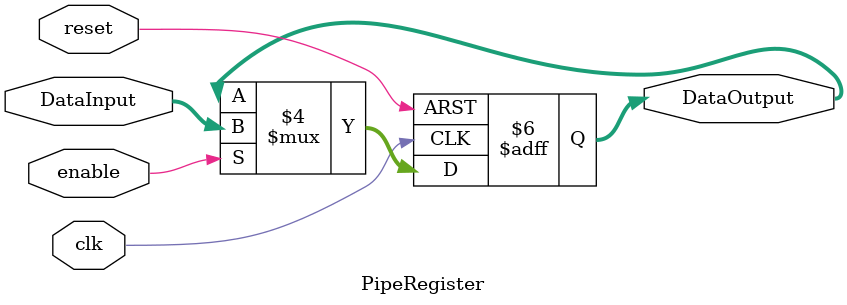
<source format=v>
/******************************************************************
* Description
*	This the basic register that is used in the register file
*	1.0
* Author:
*	Dr. José Luis Pizano Escalante
* email:
*	luispizano@iteso.mx
* Date:
*	01/03/2014
******************************************************************/
module PipeRegister
#(
	parameter N=32,
	parameter START=0
)
(
	input clk,
	input reset,
	input enable,
	input  [N-1:0] DataInput,
	
	
	output reg [N-1:0] DataOutput
);

always@(negedge reset or posedge clk) begin
	if(reset==0)
		DataOutput <= START;
	else	
		if(enable==1)
			DataOutput<=DataInput;
end

endmodule
</source>
